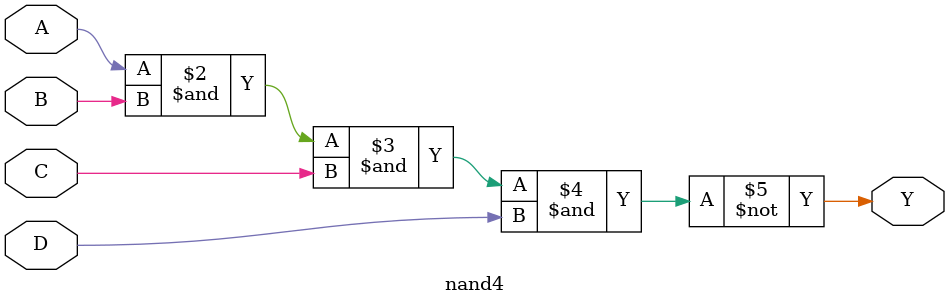
<source format=v>

module nand4(
    input           A,                  // 
    input           B,                  // 
    input           C,                  //
    input           D,                  //
    output          Y                   // 
);
 
reg Y;

// 4-bit NAND
always @ ( * ) begin
        Y <= ~(A & B & C & D);
end

endmodule
</source>
